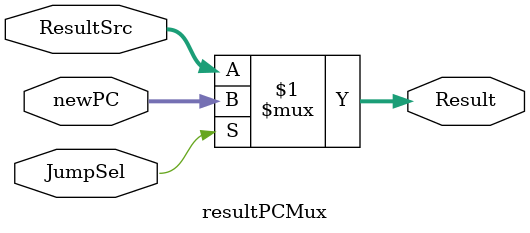
<source format=sv>
module resultPCMux #(
    parameter Data_Width = 32
) (
    //Interface signals
    input logic [Data_Width-1:0] ResultSrc,
    input logic [Data_Width-1:0] newPC,
    input logic JumpSel,
    output logic [Data_Width-1:0] Result
);

assign Result = (JumpSel) ? newPC:ResultSrc;
//so MuxSelect ? Output if mux select 1:Output if mux select 0

endmodule

</source>
